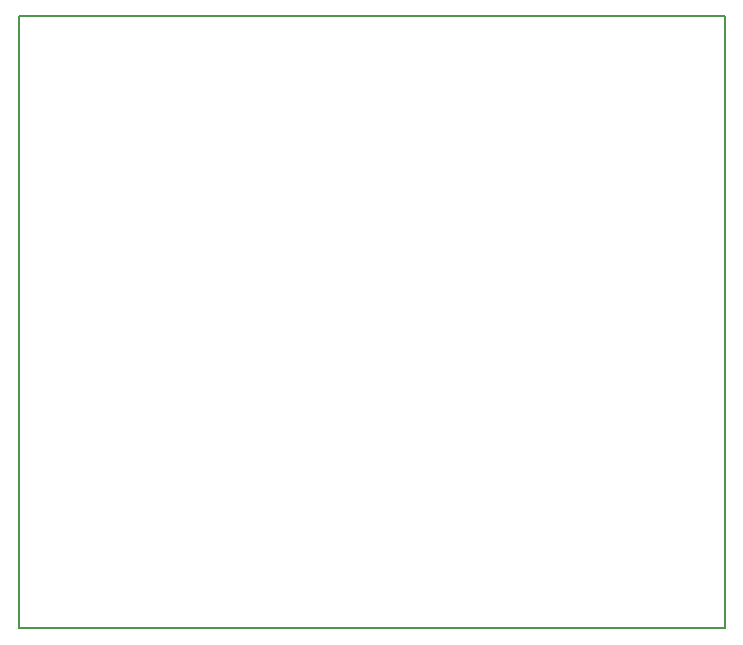
<source format=gm1>
G04 MADE WITH FRITZING*
G04 WWW.FRITZING.ORG*
G04 DOUBLE SIDED*
G04 HOLES PLATED*
G04 CONTOUR ON CENTER OF CONTOUR VECTOR*
%ASAXBY*%
%FSLAX23Y23*%
%MOIN*%
%OFA0B0*%
%SFA1.0B1.0*%
%ADD10R,2.360350X2.048690*%
%ADD11C,0.008000*%
%ADD10C,0.008*%
%LNCONTOUR*%
G90*
G70*
G54D10*
G54D11*
X4Y2045D02*
X2356Y2045D01*
X2356Y4D01*
X4Y4D01*
X4Y2045D01*
D02*
G04 End of contour*
M02*
</source>
